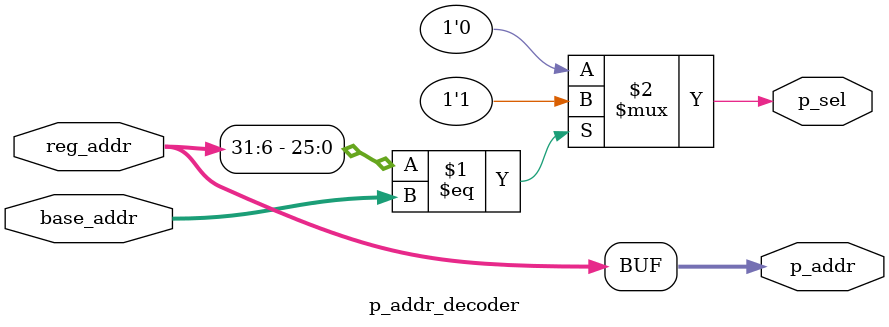
<source format=sv>
module p_addr_decoder (
    input [31:0] reg_addr,
    input [25:0] base_addr,
    output p_sel,
    output [31:0] p_addr
);
    assign p_sel = (reg_addr[31:6] == base_addr) ? 1'b1 : 1'b0;
    assign p_addr = reg_addr;
endmodule
</source>
